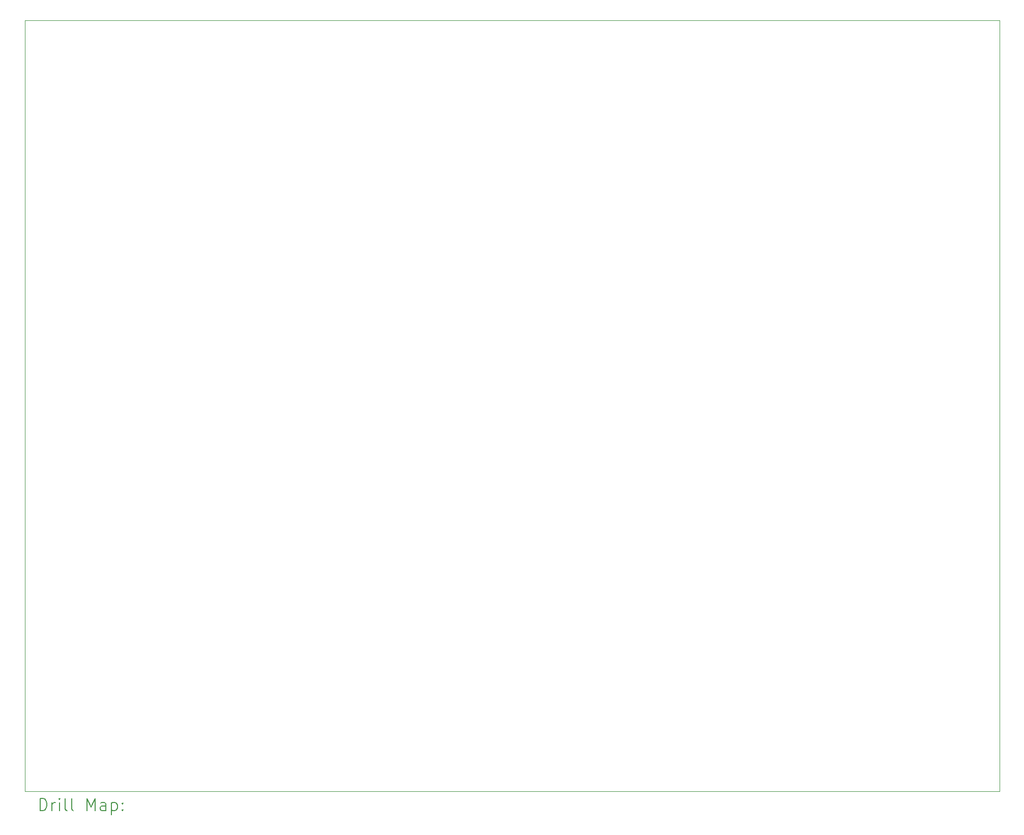
<source format=gbr>
%TF.GenerationSoftware,KiCad,Pcbnew,8.0.1*%
%TF.CreationDate,2024-04-30T18:25:38+02:00*%
%TF.ProjectId,Simple panel,53696d70-6c65-4207-9061-6e656c2e6b69,rev?*%
%TF.SameCoordinates,Original*%
%TF.FileFunction,Drillmap*%
%TF.FilePolarity,Positive*%
%FSLAX45Y45*%
G04 Gerber Fmt 4.5, Leading zero omitted, Abs format (unit mm)*
G04 Created by KiCad (PCBNEW 8.0.1) date 2024-04-30 18:25:38*
%MOMM*%
%LPD*%
G01*
G04 APERTURE LIST*
%ADD10C,0.100000*%
%ADD11C,0.200000*%
G04 APERTURE END LIST*
D10*
X4218740Y-2932360D02*
X20444740Y-2932360D01*
X20444740Y-15782360D01*
X4218740Y-15782360D01*
X4218740Y-2932360D01*
D11*
X4474517Y-16098844D02*
X4474517Y-15898844D01*
X4474517Y-15898844D02*
X4522136Y-15898844D01*
X4522136Y-15898844D02*
X4550707Y-15908368D01*
X4550707Y-15908368D02*
X4569755Y-15927415D01*
X4569755Y-15927415D02*
X4579279Y-15946463D01*
X4579279Y-15946463D02*
X4588802Y-15984558D01*
X4588802Y-15984558D02*
X4588802Y-16013129D01*
X4588802Y-16013129D02*
X4579279Y-16051225D01*
X4579279Y-16051225D02*
X4569755Y-16070272D01*
X4569755Y-16070272D02*
X4550707Y-16089320D01*
X4550707Y-16089320D02*
X4522136Y-16098844D01*
X4522136Y-16098844D02*
X4474517Y-16098844D01*
X4674517Y-16098844D02*
X4674517Y-15965510D01*
X4674517Y-16003606D02*
X4684041Y-15984558D01*
X4684041Y-15984558D02*
X4693564Y-15975034D01*
X4693564Y-15975034D02*
X4712612Y-15965510D01*
X4712612Y-15965510D02*
X4731660Y-15965510D01*
X4798326Y-16098844D02*
X4798326Y-15965510D01*
X4798326Y-15898844D02*
X4788802Y-15908368D01*
X4788802Y-15908368D02*
X4798326Y-15917891D01*
X4798326Y-15917891D02*
X4807850Y-15908368D01*
X4807850Y-15908368D02*
X4798326Y-15898844D01*
X4798326Y-15898844D02*
X4798326Y-15917891D01*
X4922136Y-16098844D02*
X4903088Y-16089320D01*
X4903088Y-16089320D02*
X4893564Y-16070272D01*
X4893564Y-16070272D02*
X4893564Y-15898844D01*
X5026898Y-16098844D02*
X5007850Y-16089320D01*
X5007850Y-16089320D02*
X4998326Y-16070272D01*
X4998326Y-16070272D02*
X4998326Y-15898844D01*
X5255469Y-16098844D02*
X5255469Y-15898844D01*
X5255469Y-15898844D02*
X5322136Y-16041701D01*
X5322136Y-16041701D02*
X5388802Y-15898844D01*
X5388802Y-15898844D02*
X5388802Y-16098844D01*
X5569755Y-16098844D02*
X5569755Y-15994082D01*
X5569755Y-15994082D02*
X5560231Y-15975034D01*
X5560231Y-15975034D02*
X5541183Y-15965510D01*
X5541183Y-15965510D02*
X5503088Y-15965510D01*
X5503088Y-15965510D02*
X5484041Y-15975034D01*
X5569755Y-16089320D02*
X5550707Y-16098844D01*
X5550707Y-16098844D02*
X5503088Y-16098844D01*
X5503088Y-16098844D02*
X5484041Y-16089320D01*
X5484041Y-16089320D02*
X5474517Y-16070272D01*
X5474517Y-16070272D02*
X5474517Y-16051225D01*
X5474517Y-16051225D02*
X5484041Y-16032177D01*
X5484041Y-16032177D02*
X5503088Y-16022653D01*
X5503088Y-16022653D02*
X5550707Y-16022653D01*
X5550707Y-16022653D02*
X5569755Y-16013129D01*
X5664993Y-15965510D02*
X5664993Y-16165510D01*
X5664993Y-15975034D02*
X5684040Y-15965510D01*
X5684040Y-15965510D02*
X5722136Y-15965510D01*
X5722136Y-15965510D02*
X5741183Y-15975034D01*
X5741183Y-15975034D02*
X5750707Y-15984558D01*
X5750707Y-15984558D02*
X5760231Y-16003606D01*
X5760231Y-16003606D02*
X5760231Y-16060748D01*
X5760231Y-16060748D02*
X5750707Y-16079796D01*
X5750707Y-16079796D02*
X5741183Y-16089320D01*
X5741183Y-16089320D02*
X5722136Y-16098844D01*
X5722136Y-16098844D02*
X5684040Y-16098844D01*
X5684040Y-16098844D02*
X5664993Y-16089320D01*
X5845945Y-16079796D02*
X5855469Y-16089320D01*
X5855469Y-16089320D02*
X5845945Y-16098844D01*
X5845945Y-16098844D02*
X5836421Y-16089320D01*
X5836421Y-16089320D02*
X5845945Y-16079796D01*
X5845945Y-16079796D02*
X5845945Y-16098844D01*
X5845945Y-15975034D02*
X5855469Y-15984558D01*
X5855469Y-15984558D02*
X5845945Y-15994082D01*
X5845945Y-15994082D02*
X5836421Y-15984558D01*
X5836421Y-15984558D02*
X5845945Y-15975034D01*
X5845945Y-15975034D02*
X5845945Y-15994082D01*
M02*

</source>
